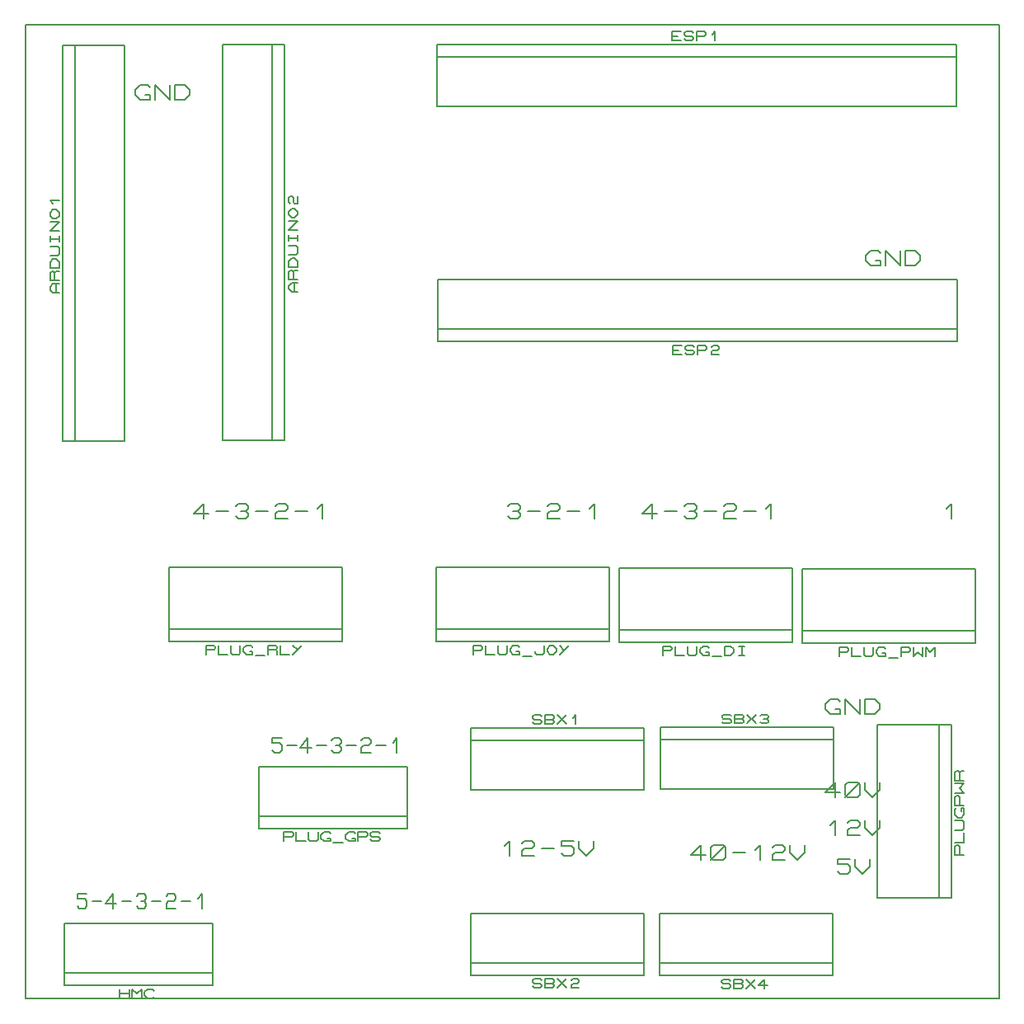
<source format=gbr>
G04 PROTEUS GERBER X2 FILE*
%TF.GenerationSoftware,Labcenter,Proteus,8.6-SP2-Build23525*%
%TF.CreationDate,2019-07-09T03:39:36+00:00*%
%TF.FileFunction,Legend,Top*%
%TF.FilePolarity,Positive*%
%TF.Part,Single*%
%FSLAX45Y45*%
%MOMM*%
G01*
%TA.AperFunction,Profile*%
%ADD14C,0.203200*%
%TA.AperFunction,Material*%
%ADD16C,0.203200*%
%TD.AperFunction*%
D14*
X-1432000Y-3830000D02*
X+8568000Y-3830000D01*
X+8568000Y+6170000D01*
X-1432000Y+6170000D01*
X-1432000Y-3830000D01*
D16*
X+2794000Y+5332000D02*
X+8128000Y+5332000D01*
X+8128000Y+5967000D01*
X+2794000Y+5967000D01*
X+2794000Y+5332000D01*
X+2794000Y+5840000D02*
X+8128000Y+5840000D01*
X+5302250Y+6007640D02*
X+5207000Y+6007640D01*
X+5207000Y+6099080D01*
X+5302250Y+6099080D01*
X+5207000Y+6053360D02*
X+5270500Y+6053360D01*
X+5334000Y+6022880D02*
X+5349875Y+6007640D01*
X+5413375Y+6007640D01*
X+5429250Y+6022880D01*
X+5429250Y+6038120D01*
X+5413375Y+6053360D01*
X+5349875Y+6053360D01*
X+5334000Y+6068600D01*
X+5334000Y+6083840D01*
X+5349875Y+6099080D01*
X+5413375Y+6099080D01*
X+5429250Y+6083840D01*
X+5461000Y+6007640D02*
X+5461000Y+6099080D01*
X+5540375Y+6099080D01*
X+5556250Y+6083840D01*
X+5556250Y+6068600D01*
X+5540375Y+6053360D01*
X+5461000Y+6053360D01*
X+5619750Y+6068600D02*
X+5651500Y+6099080D01*
X+5651500Y+6007640D01*
X+2802000Y+2917000D02*
X+8136000Y+2917000D01*
X+8136000Y+3552000D01*
X+2802000Y+3552000D01*
X+2802000Y+2917000D01*
X+8136000Y+3044000D02*
X+2802000Y+3044000D01*
X+5310250Y+2784920D02*
X+5215000Y+2784920D01*
X+5215000Y+2876360D01*
X+5310250Y+2876360D01*
X+5215000Y+2830640D02*
X+5278500Y+2830640D01*
X+5342000Y+2800160D02*
X+5357875Y+2784920D01*
X+5421375Y+2784920D01*
X+5437250Y+2800160D01*
X+5437250Y+2815400D01*
X+5421375Y+2830640D01*
X+5357875Y+2830640D01*
X+5342000Y+2845880D01*
X+5342000Y+2861120D01*
X+5357875Y+2876360D01*
X+5421375Y+2876360D01*
X+5437250Y+2861120D01*
X+5469000Y+2784920D02*
X+5469000Y+2876360D01*
X+5548375Y+2876360D01*
X+5564250Y+2861120D01*
X+5564250Y+2845880D01*
X+5548375Y+2830640D01*
X+5469000Y+2830640D01*
X+5611875Y+2861120D02*
X+5627750Y+2876360D01*
X+5675375Y+2876360D01*
X+5691250Y+2861120D01*
X+5691250Y+2845880D01*
X+5675375Y+2830640D01*
X+5627750Y+2830640D01*
X+5611875Y+2815400D01*
X+5611875Y+2784920D01*
X+5691250Y+2784920D01*
X+597500Y+1902000D02*
X+1232500Y+1902000D01*
X+1232500Y+5966000D01*
X+597500Y+5966000D01*
X+597500Y+1902000D01*
X+1105500Y+5966000D02*
X+1105500Y+1902000D01*
X+1364580Y+3426000D02*
X+1303620Y+3426000D01*
X+1273140Y+3457750D01*
X+1273140Y+3489500D01*
X+1303620Y+3521250D01*
X+1364580Y+3521250D01*
X+1334100Y+3426000D02*
X+1334100Y+3521250D01*
X+1364580Y+3553000D02*
X+1273140Y+3553000D01*
X+1273140Y+3632375D01*
X+1288380Y+3648250D01*
X+1303620Y+3648250D01*
X+1318860Y+3632375D01*
X+1318860Y+3553000D01*
X+1318860Y+3632375D02*
X+1334100Y+3648250D01*
X+1364580Y+3648250D01*
X+1364580Y+3680000D02*
X+1273140Y+3680000D01*
X+1273140Y+3743500D01*
X+1303620Y+3775250D01*
X+1334100Y+3775250D01*
X+1364580Y+3743500D01*
X+1364580Y+3680000D01*
X+1273140Y+3807000D02*
X+1349340Y+3807000D01*
X+1364580Y+3822875D01*
X+1364580Y+3886375D01*
X+1349340Y+3902250D01*
X+1273140Y+3902250D01*
X+1273140Y+3949875D02*
X+1273140Y+4013375D01*
X+1273140Y+3981625D02*
X+1364580Y+3981625D01*
X+1364580Y+3949875D02*
X+1364580Y+4013375D01*
X+1364580Y+4061000D02*
X+1273140Y+4061000D01*
X+1364580Y+4156250D01*
X+1273140Y+4156250D01*
X+1303620Y+4188000D02*
X+1273140Y+4219750D01*
X+1273140Y+4251500D01*
X+1303620Y+4283250D01*
X+1334100Y+4283250D01*
X+1364580Y+4251500D01*
X+1364580Y+4219750D01*
X+1334100Y+4188000D01*
X+1303620Y+4188000D01*
X+1288380Y+4330875D02*
X+1273140Y+4346750D01*
X+1273140Y+4394375D01*
X+1288380Y+4410250D01*
X+1303620Y+4410250D01*
X+1318860Y+4394375D01*
X+1318860Y+4346750D01*
X+1334100Y+4330875D01*
X+1364580Y+4330875D01*
X+1364580Y+4410250D01*
X-1046500Y+1893000D02*
X-411500Y+1893000D01*
X-411500Y+5957000D01*
X-1046500Y+5957000D01*
X-1046500Y+1893000D01*
X-919500Y+1893000D02*
X-919500Y+5957000D01*
X-1087140Y+3417000D02*
X-1148100Y+3417000D01*
X-1178580Y+3448750D01*
X-1178580Y+3480500D01*
X-1148100Y+3512250D01*
X-1087140Y+3512250D01*
X-1117620Y+3417000D02*
X-1117620Y+3512250D01*
X-1087140Y+3544000D02*
X-1178580Y+3544000D01*
X-1178580Y+3623375D01*
X-1163340Y+3639250D01*
X-1148100Y+3639250D01*
X-1132860Y+3623375D01*
X-1132860Y+3544000D01*
X-1132860Y+3623375D02*
X-1117620Y+3639250D01*
X-1087140Y+3639250D01*
X-1087140Y+3671000D02*
X-1178580Y+3671000D01*
X-1178580Y+3734500D01*
X-1148100Y+3766250D01*
X-1117620Y+3766250D01*
X-1087140Y+3734500D01*
X-1087140Y+3671000D01*
X-1178580Y+3798000D02*
X-1102380Y+3798000D01*
X-1087140Y+3813875D01*
X-1087140Y+3877375D01*
X-1102380Y+3893250D01*
X-1178580Y+3893250D01*
X-1178580Y+3940875D02*
X-1178580Y+4004375D01*
X-1178580Y+3972625D02*
X-1087140Y+3972625D01*
X-1087140Y+3940875D02*
X-1087140Y+4004375D01*
X-1087140Y+4052000D02*
X-1178580Y+4052000D01*
X-1087140Y+4147250D01*
X-1178580Y+4147250D01*
X-1148100Y+4179000D02*
X-1178580Y+4210750D01*
X-1178580Y+4242500D01*
X-1148100Y+4274250D01*
X-1117620Y+4274250D01*
X-1087140Y+4242500D01*
X-1087140Y+4210750D01*
X-1117620Y+4179000D01*
X-1148100Y+4179000D01*
X-1148100Y+4337750D02*
X-1178580Y+4369500D01*
X-1087140Y+4369500D01*
X+3141000Y-1686000D02*
X+4919000Y-1686000D01*
X+4919000Y-1051000D01*
X+3141000Y-1051000D01*
X+3141000Y-1686000D01*
X+3141000Y-1178000D02*
X+4919000Y-1178000D01*
X+3776000Y-995120D02*
X+3791875Y-1010360D01*
X+3855375Y-1010360D01*
X+3871250Y-995120D01*
X+3871250Y-979880D01*
X+3855375Y-964640D01*
X+3791875Y-964640D01*
X+3776000Y-949400D01*
X+3776000Y-934160D01*
X+3791875Y-918920D01*
X+3855375Y-918920D01*
X+3871250Y-934160D01*
X+3903000Y-1010360D02*
X+3903000Y-918920D01*
X+3982375Y-918920D01*
X+3998250Y-934160D01*
X+3998250Y-949400D01*
X+3982375Y-964640D01*
X+3998250Y-979880D01*
X+3998250Y-995120D01*
X+3982375Y-1010360D01*
X+3903000Y-1010360D01*
X+3903000Y-964640D02*
X+3982375Y-964640D01*
X+4030000Y-918920D02*
X+4125250Y-1010360D01*
X+4030000Y-1010360D02*
X+4125250Y-918920D01*
X+4188750Y-949400D02*
X+4220500Y-918920D01*
X+4220500Y-1010360D01*
X+3141000Y-3588000D02*
X+4919000Y-3588000D01*
X+4919000Y-2953000D01*
X+3141000Y-2953000D01*
X+3141000Y-3588000D01*
X+4919000Y-3461000D02*
X+3141000Y-3461000D01*
X+3776000Y-3704840D02*
X+3791875Y-3720080D01*
X+3855375Y-3720080D01*
X+3871250Y-3704840D01*
X+3871250Y-3689600D01*
X+3855375Y-3674360D01*
X+3791875Y-3674360D01*
X+3776000Y-3659120D01*
X+3776000Y-3643880D01*
X+3791875Y-3628640D01*
X+3855375Y-3628640D01*
X+3871250Y-3643880D01*
X+3903000Y-3720080D02*
X+3903000Y-3628640D01*
X+3982375Y-3628640D01*
X+3998250Y-3643880D01*
X+3998250Y-3659120D01*
X+3982375Y-3674360D01*
X+3998250Y-3689600D01*
X+3998250Y-3704840D01*
X+3982375Y-3720080D01*
X+3903000Y-3720080D01*
X+3903000Y-3674360D02*
X+3982375Y-3674360D01*
X+4030000Y-3628640D02*
X+4125250Y-3720080D01*
X+4030000Y-3720080D02*
X+4125250Y-3628640D01*
X+4172875Y-3643880D02*
X+4188750Y-3628640D01*
X+4236375Y-3628640D01*
X+4252250Y-3643880D01*
X+4252250Y-3659120D01*
X+4236375Y-3674360D01*
X+4188750Y-3674360D01*
X+4172875Y-3689600D01*
X+4172875Y-3720080D01*
X+4252250Y-3720080D01*
X+5085000Y-1679000D02*
X+6863000Y-1679000D01*
X+6863000Y-1044000D01*
X+5085000Y-1044000D01*
X+5085000Y-1679000D01*
X+5085000Y-1171000D02*
X+6863000Y-1171000D01*
X+5720000Y-988120D02*
X+5735875Y-1003360D01*
X+5799375Y-1003360D01*
X+5815250Y-988120D01*
X+5815250Y-972880D01*
X+5799375Y-957640D01*
X+5735875Y-957640D01*
X+5720000Y-942400D01*
X+5720000Y-927160D01*
X+5735875Y-911920D01*
X+5799375Y-911920D01*
X+5815250Y-927160D01*
X+5847000Y-1003360D02*
X+5847000Y-911920D01*
X+5926375Y-911920D01*
X+5942250Y-927160D01*
X+5942250Y-942400D01*
X+5926375Y-957640D01*
X+5942250Y-972880D01*
X+5942250Y-988120D01*
X+5926375Y-1003360D01*
X+5847000Y-1003360D01*
X+5847000Y-957640D02*
X+5926375Y-957640D01*
X+5974000Y-911920D02*
X+6069250Y-1003360D01*
X+5974000Y-1003360D02*
X+6069250Y-911920D01*
X+6116875Y-927160D02*
X+6132750Y-911920D01*
X+6180375Y-911920D01*
X+6196250Y-927160D01*
X+6196250Y-942400D01*
X+6180375Y-957640D01*
X+6196250Y-972880D01*
X+6196250Y-988120D01*
X+6180375Y-1003360D01*
X+6132750Y-1003360D01*
X+6116875Y-988120D01*
X+6148625Y-957640D02*
X+6180375Y-957640D01*
X+5079000Y-3591000D02*
X+6857000Y-3591000D01*
X+6857000Y-2956000D01*
X+5079000Y-2956000D01*
X+5079000Y-3591000D01*
X+6857000Y-3464000D02*
X+5079000Y-3464000D01*
X+5714000Y-3707840D02*
X+5729875Y-3723080D01*
X+5793375Y-3723080D01*
X+5809250Y-3707840D01*
X+5809250Y-3692600D01*
X+5793375Y-3677360D01*
X+5729875Y-3677360D01*
X+5714000Y-3662120D01*
X+5714000Y-3646880D01*
X+5729875Y-3631640D01*
X+5793375Y-3631640D01*
X+5809250Y-3646880D01*
X+5841000Y-3723080D02*
X+5841000Y-3631640D01*
X+5920375Y-3631640D01*
X+5936250Y-3646880D01*
X+5936250Y-3662120D01*
X+5920375Y-3677360D01*
X+5936250Y-3692600D01*
X+5936250Y-3707840D01*
X+5920375Y-3723080D01*
X+5841000Y-3723080D01*
X+5841000Y-3677360D02*
X+5920375Y-3677360D01*
X+5968000Y-3631640D02*
X+6063250Y-3723080D01*
X+5968000Y-3723080D02*
X+6063250Y-3631640D01*
X+6190250Y-3692600D02*
X+6095000Y-3692600D01*
X+6158500Y-3631640D01*
X+6158500Y-3723080D01*
X-1033000Y-3693000D02*
X+491000Y-3693000D01*
X+491000Y-3058000D01*
X-1033000Y-3058000D01*
X-1033000Y-3693000D01*
X+491000Y-3566000D02*
X-1033000Y-3566000D01*
X-461500Y-3825080D02*
X-461500Y-3733640D01*
X-366250Y-3733640D02*
X-366250Y-3825080D01*
X-461500Y-3779360D02*
X-366250Y-3779360D01*
X-334500Y-3825080D02*
X-334500Y-3733640D01*
X-286875Y-3779360D01*
X-239250Y-3733640D01*
X-239250Y-3825080D01*
X-112250Y-3809840D02*
X-128125Y-3825080D01*
X-175750Y-3825080D01*
X-207500Y-3794600D01*
X-207500Y-3764120D01*
X-175750Y-3733640D01*
X-128125Y-3733640D01*
X-112250Y-3748880D01*
X+969200Y-2081000D02*
X+2493200Y-2081000D01*
X+2493200Y-1446000D01*
X+969200Y-1446000D01*
X+969200Y-2081000D01*
X+2493200Y-1954000D02*
X+969200Y-1954000D01*
X+1223200Y-2213080D02*
X+1223200Y-2121640D01*
X+1302575Y-2121640D01*
X+1318450Y-2136880D01*
X+1318450Y-2152120D01*
X+1302575Y-2167360D01*
X+1223200Y-2167360D01*
X+1350200Y-2121640D02*
X+1350200Y-2213080D01*
X+1445450Y-2213080D01*
X+1477200Y-2121640D02*
X+1477200Y-2197840D01*
X+1493075Y-2213080D01*
X+1556575Y-2213080D01*
X+1572450Y-2197840D01*
X+1572450Y-2121640D01*
X+1667700Y-2182600D02*
X+1699450Y-2182600D01*
X+1699450Y-2213080D01*
X+1635950Y-2213080D01*
X+1604200Y-2182600D01*
X+1604200Y-2152120D01*
X+1635950Y-2121640D01*
X+1683575Y-2121640D01*
X+1699450Y-2136880D01*
X+1731200Y-2228320D02*
X+1826450Y-2228320D01*
X+1921700Y-2182600D02*
X+1953450Y-2182600D01*
X+1953450Y-2213080D01*
X+1889950Y-2213080D01*
X+1858200Y-2182600D01*
X+1858200Y-2152120D01*
X+1889950Y-2121640D01*
X+1937575Y-2121640D01*
X+1953450Y-2136880D01*
X+1985200Y-2213080D02*
X+1985200Y-2121640D01*
X+2064575Y-2121640D01*
X+2080450Y-2136880D01*
X+2080450Y-2152120D01*
X+2064575Y-2167360D01*
X+1985200Y-2167360D01*
X+2112200Y-2197840D02*
X+2128075Y-2213080D01*
X+2191575Y-2213080D01*
X+2207450Y-2197840D01*
X+2207450Y-2182600D01*
X+2191575Y-2167360D01*
X+2128075Y-2167360D01*
X+2112200Y-2152120D01*
X+2112200Y-2136880D01*
X+2128075Y-2121640D01*
X+2191575Y-2121640D01*
X+2207450Y-2136880D01*
X+4669300Y-170980D02*
X+6447300Y-170980D01*
X+6447300Y+591020D01*
X+4669300Y+591020D01*
X+4669300Y-170980D01*
X+6447300Y-43980D02*
X+4669300Y-43980D01*
X+5113800Y-303060D02*
X+5113800Y-211620D01*
X+5193175Y-211620D01*
X+5209050Y-226860D01*
X+5209050Y-242100D01*
X+5193175Y-257340D01*
X+5113800Y-257340D01*
X+5240800Y-211620D02*
X+5240800Y-303060D01*
X+5336050Y-303060D01*
X+5367800Y-211620D02*
X+5367800Y-287820D01*
X+5383675Y-303060D01*
X+5447175Y-303060D01*
X+5463050Y-287820D01*
X+5463050Y-211620D01*
X+5558300Y-272580D02*
X+5590050Y-272580D01*
X+5590050Y-303060D01*
X+5526550Y-303060D01*
X+5494800Y-272580D01*
X+5494800Y-242100D01*
X+5526550Y-211620D01*
X+5574175Y-211620D01*
X+5590050Y-226860D01*
X+5621800Y-318300D02*
X+5717050Y-318300D01*
X+5748800Y-303060D02*
X+5748800Y-211620D01*
X+5812300Y-211620D01*
X+5844050Y-242100D01*
X+5844050Y-272580D01*
X+5812300Y-303060D01*
X+5748800Y-303060D01*
X+5891675Y-211620D02*
X+5955175Y-211620D01*
X+5923425Y-211620D02*
X+5923425Y-303060D01*
X+5891675Y-303060D02*
X+5955175Y-303060D01*
X+2783300Y-164980D02*
X+4561300Y-164980D01*
X+4561300Y+597020D01*
X+2783300Y+597020D01*
X+2783300Y-164980D01*
X+4561300Y-37980D02*
X+2783300Y-37980D01*
X+3164300Y-297060D02*
X+3164300Y-205620D01*
X+3243675Y-205620D01*
X+3259550Y-220860D01*
X+3259550Y-236100D01*
X+3243675Y-251340D01*
X+3164300Y-251340D01*
X+3291300Y-205620D02*
X+3291300Y-297060D01*
X+3386550Y-297060D01*
X+3418300Y-205620D02*
X+3418300Y-281820D01*
X+3434175Y-297060D01*
X+3497675Y-297060D01*
X+3513550Y-281820D01*
X+3513550Y-205620D01*
X+3608800Y-266580D02*
X+3640550Y-266580D01*
X+3640550Y-297060D01*
X+3577050Y-297060D01*
X+3545300Y-266580D01*
X+3545300Y-236100D01*
X+3577050Y-205620D01*
X+3624675Y-205620D01*
X+3640550Y-220860D01*
X+3672300Y-312300D02*
X+3767550Y-312300D01*
X+3799300Y-266580D02*
X+3799300Y-281820D01*
X+3815175Y-297060D01*
X+3878675Y-297060D01*
X+3894550Y-281820D01*
X+3894550Y-205620D01*
X+3926300Y-236100D02*
X+3958050Y-205620D01*
X+3989800Y-205620D01*
X+4021550Y-236100D01*
X+4021550Y-266580D01*
X+3989800Y-297060D01*
X+3958050Y-297060D01*
X+3926300Y-266580D01*
X+3926300Y-236100D01*
X+4148550Y-205620D02*
X+4053300Y-297060D01*
X+4053300Y-205620D02*
X+4100925Y-251340D01*
X+6542300Y-181980D02*
X+8320300Y-181980D01*
X+8320300Y+580020D01*
X+6542300Y+580020D01*
X+6542300Y-181980D01*
X+8320300Y-54980D02*
X+6542300Y-54980D01*
X+6923300Y-314060D02*
X+6923300Y-222620D01*
X+7002675Y-222620D01*
X+7018550Y-237860D01*
X+7018550Y-253100D01*
X+7002675Y-268340D01*
X+6923300Y-268340D01*
X+7050300Y-222620D02*
X+7050300Y-314060D01*
X+7145550Y-314060D01*
X+7177300Y-222620D02*
X+7177300Y-298820D01*
X+7193175Y-314060D01*
X+7256675Y-314060D01*
X+7272550Y-298820D01*
X+7272550Y-222620D01*
X+7367800Y-283580D02*
X+7399550Y-283580D01*
X+7399550Y-314060D01*
X+7336050Y-314060D01*
X+7304300Y-283580D01*
X+7304300Y-253100D01*
X+7336050Y-222620D01*
X+7383675Y-222620D01*
X+7399550Y-237860D01*
X+7431300Y-329300D02*
X+7526550Y-329300D01*
X+7558300Y-314060D02*
X+7558300Y-222620D01*
X+7637675Y-222620D01*
X+7653550Y-237860D01*
X+7653550Y-253100D01*
X+7637675Y-268340D01*
X+7558300Y-268340D01*
X+7685300Y-222620D02*
X+7685300Y-314060D01*
X+7732925Y-268340D01*
X+7780550Y-314060D01*
X+7780550Y-222620D01*
X+7812300Y-314060D02*
X+7812300Y-222620D01*
X+7859925Y-268340D01*
X+7907550Y-222620D01*
X+7907550Y-314060D01*
X+7312980Y-2796700D02*
X+8074980Y-2796700D01*
X+8074980Y-1018700D01*
X+7312980Y-1018700D01*
X+7312980Y-2796700D01*
X+7947980Y-1018700D02*
X+7947980Y-2796700D01*
X+8207060Y-2352200D02*
X+8115620Y-2352200D01*
X+8115620Y-2272825D01*
X+8130860Y-2256950D01*
X+8146100Y-2256950D01*
X+8161340Y-2272825D01*
X+8161340Y-2352200D01*
X+8115620Y-2225200D02*
X+8207060Y-2225200D01*
X+8207060Y-2129950D01*
X+8115620Y-2098200D02*
X+8191820Y-2098200D01*
X+8207060Y-2082325D01*
X+8207060Y-2018825D01*
X+8191820Y-2002950D01*
X+8115620Y-2002950D01*
X+8176580Y-1907700D02*
X+8176580Y-1875950D01*
X+8207060Y-1875950D01*
X+8207060Y-1939450D01*
X+8176580Y-1971200D01*
X+8146100Y-1971200D01*
X+8115620Y-1939450D01*
X+8115620Y-1891825D01*
X+8130860Y-1875950D01*
X+8207060Y-1844200D02*
X+8115620Y-1844200D01*
X+8115620Y-1764825D01*
X+8130860Y-1748950D01*
X+8146100Y-1748950D01*
X+8161340Y-1764825D01*
X+8161340Y-1844200D01*
X+8115620Y-1717200D02*
X+8207060Y-1717200D01*
X+8161340Y-1669575D01*
X+8207060Y-1621950D01*
X+8115620Y-1621950D01*
X+8207060Y-1590200D02*
X+8115620Y-1590200D01*
X+8115620Y-1510825D01*
X+8130860Y-1494950D01*
X+8146100Y-1494950D01*
X+8161340Y-1510825D01*
X+8161340Y-1590200D01*
X+8161340Y-1510825D02*
X+8176580Y-1494950D01*
X+8207060Y-1494950D01*
X+44300Y-162980D02*
X+1822300Y-162980D01*
X+1822300Y+599020D01*
X+44300Y+599020D01*
X+44300Y-162980D01*
X+1822300Y-35980D02*
X+44300Y-35980D01*
X+425300Y-295060D02*
X+425300Y-203620D01*
X+504675Y-203620D01*
X+520550Y-218860D01*
X+520550Y-234100D01*
X+504675Y-249340D01*
X+425300Y-249340D01*
X+552300Y-203620D02*
X+552300Y-295060D01*
X+647550Y-295060D01*
X+679300Y-203620D02*
X+679300Y-279820D01*
X+695175Y-295060D01*
X+758675Y-295060D01*
X+774550Y-279820D01*
X+774550Y-203620D01*
X+869800Y-264580D02*
X+901550Y-264580D01*
X+901550Y-295060D01*
X+838050Y-295060D01*
X+806300Y-264580D01*
X+806300Y-234100D01*
X+838050Y-203620D01*
X+885675Y-203620D01*
X+901550Y-218860D01*
X+933300Y-310300D02*
X+1028550Y-310300D01*
X+1060300Y-295060D02*
X+1060300Y-203620D01*
X+1139675Y-203620D01*
X+1155550Y-218860D01*
X+1155550Y-234100D01*
X+1139675Y-249340D01*
X+1060300Y-249340D01*
X+1139675Y-249340D02*
X+1155550Y-264580D01*
X+1155550Y-295060D01*
X+1187300Y-203620D02*
X+1187300Y-295060D01*
X+1282550Y-295060D01*
X+1409550Y-203620D02*
X+1314300Y-295060D01*
X+1314300Y-203620D02*
X+1361925Y-249340D01*
X+5552400Y-2352400D02*
X+5400000Y-2352400D01*
X+5501600Y-2250800D01*
X+5501600Y-2403200D01*
X+5603200Y-2377800D02*
X+5603200Y-2276200D01*
X+5628600Y-2250800D01*
X+5730200Y-2250800D01*
X+5755600Y-2276200D01*
X+5755600Y-2377800D01*
X+5730200Y-2403200D01*
X+5628600Y-2403200D01*
X+5603200Y-2377800D01*
X+5603200Y-2403200D02*
X+5755600Y-2250800D01*
X+5831800Y-2327000D02*
X+5958800Y-2327000D01*
X+6060400Y-2301600D02*
X+6111200Y-2250800D01*
X+6111200Y-2403200D01*
X+6238200Y-2276200D02*
X+6263600Y-2250800D01*
X+6339800Y-2250800D01*
X+6365200Y-2276200D01*
X+6365200Y-2301600D01*
X+6339800Y-2327000D01*
X+6263600Y-2327000D01*
X+6238200Y-2352400D01*
X+6238200Y-2403200D01*
X+6365200Y-2403200D01*
X+6416000Y-2250800D02*
X+6416000Y-2327000D01*
X+6492200Y-2403200D01*
X+6568400Y-2327000D01*
X+6568400Y-2250800D01*
X+3489800Y-2262600D02*
X+3540600Y-2211800D01*
X+3540600Y-2364200D01*
X+3667600Y-2237200D02*
X+3693000Y-2211800D01*
X+3769200Y-2211800D01*
X+3794600Y-2237200D01*
X+3794600Y-2262600D01*
X+3769200Y-2288000D01*
X+3693000Y-2288000D01*
X+3667600Y-2313400D01*
X+3667600Y-2364200D01*
X+3794600Y-2364200D01*
X+3870800Y-2288000D02*
X+3997800Y-2288000D01*
X+4201000Y-2211800D02*
X+4074000Y-2211800D01*
X+4074000Y-2262600D01*
X+4175600Y-2262600D01*
X+4201000Y-2288000D01*
X+4201000Y-2338800D01*
X+4175600Y-2364200D01*
X+4099400Y-2364200D01*
X+4074000Y-2338800D01*
X+4251800Y-2211800D02*
X+4251800Y-2288000D01*
X+4328000Y-2364200D01*
X+4404200Y-2288000D01*
X+4404200Y-2211800D01*
X+7301600Y+3747600D02*
X+7352400Y+3747600D01*
X+7352400Y+3696800D01*
X+7250800Y+3696800D01*
X+7200000Y+3747600D01*
X+7200000Y+3798400D01*
X+7250800Y+3849200D01*
X+7327000Y+3849200D01*
X+7352400Y+3823800D01*
X+7403200Y+3696800D02*
X+7403200Y+3849200D01*
X+7555600Y+3696800D01*
X+7555600Y+3849200D01*
X+7606400Y+3696800D02*
X+7606400Y+3849200D01*
X+7708000Y+3849200D01*
X+7758800Y+3798400D01*
X+7758800Y+3747600D01*
X+7708000Y+3696800D01*
X+7606400Y+3696800D01*
X-198400Y+5447600D02*
X-147600Y+5447600D01*
X-147600Y+5396800D01*
X-249200Y+5396800D01*
X-300000Y+5447600D01*
X-300000Y+5498400D01*
X-249200Y+5549200D01*
X-173000Y+5549200D01*
X-147600Y+5523800D01*
X-96800Y+5396800D02*
X-96800Y+5549200D01*
X+55600Y+5396800D01*
X+55600Y+5549200D01*
X+106400Y+5396800D02*
X+106400Y+5549200D01*
X+208000Y+5549200D01*
X+258800Y+5498400D01*
X+258800Y+5447600D01*
X+208000Y+5396800D01*
X+106400Y+5396800D01*
X+452400Y+1147600D02*
X+300000Y+1147600D01*
X+401600Y+1249200D01*
X+401600Y+1096800D01*
X+528600Y+1173000D02*
X+655600Y+1173000D01*
X+731800Y+1223800D02*
X+757200Y+1249200D01*
X+833400Y+1249200D01*
X+858800Y+1223800D01*
X+858800Y+1198400D01*
X+833400Y+1173000D01*
X+858800Y+1147600D01*
X+858800Y+1122200D01*
X+833400Y+1096800D01*
X+757200Y+1096800D01*
X+731800Y+1122200D01*
X+782600Y+1173000D02*
X+833400Y+1173000D01*
X+935000Y+1173000D02*
X+1062000Y+1173000D01*
X+1138200Y+1223800D02*
X+1163600Y+1249200D01*
X+1239800Y+1249200D01*
X+1265200Y+1223800D01*
X+1265200Y+1198400D01*
X+1239800Y+1173000D01*
X+1163600Y+1173000D01*
X+1138200Y+1147600D01*
X+1138200Y+1096800D01*
X+1265200Y+1096800D01*
X+1341400Y+1173000D02*
X+1468400Y+1173000D01*
X+1570000Y+1198400D02*
X+1620800Y+1249200D01*
X+1620800Y+1096800D01*
X+3525400Y+1223800D02*
X+3550800Y+1249200D01*
X+3627000Y+1249200D01*
X+3652400Y+1223800D01*
X+3652400Y+1198400D01*
X+3627000Y+1173000D01*
X+3652400Y+1147600D01*
X+3652400Y+1122200D01*
X+3627000Y+1096800D01*
X+3550800Y+1096800D01*
X+3525400Y+1122200D01*
X+3576200Y+1173000D02*
X+3627000Y+1173000D01*
X+3728600Y+1173000D02*
X+3855600Y+1173000D01*
X+3931800Y+1223800D02*
X+3957200Y+1249200D01*
X+4033400Y+1249200D01*
X+4058800Y+1223800D01*
X+4058800Y+1198400D01*
X+4033400Y+1173000D01*
X+3957200Y+1173000D01*
X+3931800Y+1147600D01*
X+3931800Y+1096800D01*
X+4058800Y+1096800D01*
X+4135000Y+1173000D02*
X+4262000Y+1173000D01*
X+4363600Y+1198400D02*
X+4414400Y+1249200D01*
X+4414400Y+1096800D01*
X+5052400Y+1147600D02*
X+4900000Y+1147600D01*
X+5001600Y+1249200D01*
X+5001600Y+1096800D01*
X+5128600Y+1173000D02*
X+5255600Y+1173000D01*
X+5331800Y+1223800D02*
X+5357200Y+1249200D01*
X+5433400Y+1249200D01*
X+5458800Y+1223800D01*
X+5458800Y+1198400D01*
X+5433400Y+1173000D01*
X+5458800Y+1147600D01*
X+5458800Y+1122200D01*
X+5433400Y+1096800D01*
X+5357200Y+1096800D01*
X+5331800Y+1122200D01*
X+5382600Y+1173000D02*
X+5433400Y+1173000D01*
X+5535000Y+1173000D02*
X+5662000Y+1173000D01*
X+5738200Y+1223800D02*
X+5763600Y+1249200D01*
X+5839800Y+1249200D01*
X+5865200Y+1223800D01*
X+5865200Y+1198400D01*
X+5839800Y+1173000D01*
X+5763600Y+1173000D01*
X+5738200Y+1147600D01*
X+5738200Y+1096800D01*
X+5865200Y+1096800D01*
X+5941400Y+1173000D02*
X+6068400Y+1173000D01*
X+6170000Y+1198400D02*
X+6220800Y+1249200D01*
X+6220800Y+1096800D01*
X+8029800Y+1198400D02*
X+8080600Y+1249200D01*
X+8080600Y+1096800D01*
X+1199500Y-1150800D02*
X+1104250Y-1150800D01*
X+1104250Y-1201600D01*
X+1180450Y-1201600D01*
X+1199500Y-1227000D01*
X+1199500Y-1277800D01*
X+1180450Y-1303200D01*
X+1123300Y-1303200D01*
X+1104250Y-1277800D01*
X+1256650Y-1227000D02*
X+1351900Y-1227000D01*
X+1504300Y-1252400D02*
X+1390000Y-1252400D01*
X+1466200Y-1150800D01*
X+1466200Y-1303200D01*
X+1561450Y-1227000D02*
X+1656700Y-1227000D01*
X+1713850Y-1176200D02*
X+1732900Y-1150800D01*
X+1790050Y-1150800D01*
X+1809100Y-1176200D01*
X+1809100Y-1201600D01*
X+1790050Y-1227000D01*
X+1809100Y-1252400D01*
X+1809100Y-1277800D01*
X+1790050Y-1303200D01*
X+1732900Y-1303200D01*
X+1713850Y-1277800D01*
X+1751950Y-1227000D02*
X+1790050Y-1227000D01*
X+1866250Y-1227000D02*
X+1961500Y-1227000D01*
X+2018650Y-1176200D02*
X+2037700Y-1150800D01*
X+2094850Y-1150800D01*
X+2113900Y-1176200D01*
X+2113900Y-1201600D01*
X+2094850Y-1227000D01*
X+2037700Y-1227000D01*
X+2018650Y-1252400D01*
X+2018650Y-1303200D01*
X+2113900Y-1303200D01*
X+2171050Y-1227000D02*
X+2266300Y-1227000D01*
X+2342500Y-1201600D02*
X+2380600Y-1150800D01*
X+2380600Y-1303200D01*
X-800500Y-2750800D02*
X-895750Y-2750800D01*
X-895750Y-2801600D01*
X-819550Y-2801600D01*
X-800500Y-2827000D01*
X-800500Y-2877800D01*
X-819550Y-2903200D01*
X-876700Y-2903200D01*
X-895750Y-2877800D01*
X-743350Y-2827000D02*
X-648100Y-2827000D01*
X-495700Y-2852400D02*
X-610000Y-2852400D01*
X-533800Y-2750800D01*
X-533800Y-2903200D01*
X-438550Y-2827000D02*
X-343300Y-2827000D01*
X-286150Y-2776200D02*
X-267100Y-2750800D01*
X-209950Y-2750800D01*
X-190900Y-2776200D01*
X-190900Y-2801600D01*
X-209950Y-2827000D01*
X-190900Y-2852400D01*
X-190900Y-2877800D01*
X-209950Y-2903200D01*
X-267100Y-2903200D01*
X-286150Y-2877800D01*
X-248050Y-2827000D02*
X-209950Y-2827000D01*
X-133750Y-2827000D02*
X-38500Y-2827000D01*
X+18650Y-2776200D02*
X+37700Y-2750800D01*
X+94850Y-2750800D01*
X+113900Y-2776200D01*
X+113900Y-2801600D01*
X+94850Y-2827000D01*
X+37700Y-2827000D01*
X+18650Y-2852400D01*
X+18650Y-2903200D01*
X+113900Y-2903200D01*
X+171050Y-2827000D02*
X+266300Y-2827000D01*
X+342500Y-2801600D02*
X+380600Y-2750800D01*
X+380600Y-2903200D01*
X+6937600Y-1708640D02*
X+6785200Y-1708640D01*
X+6886800Y-1607040D01*
X+6886800Y-1759440D01*
X+6988400Y-1734040D02*
X+6988400Y-1632440D01*
X+7013800Y-1607040D01*
X+7115400Y-1607040D01*
X+7140800Y-1632440D01*
X+7140800Y-1734040D01*
X+7115400Y-1759440D01*
X+7013800Y-1759440D01*
X+6988400Y-1734040D01*
X+6988400Y-1759440D02*
X+7140800Y-1607040D01*
X+7191600Y-1607040D02*
X+7191600Y-1683240D01*
X+7267800Y-1759440D01*
X+7344000Y-1683240D01*
X+7344000Y-1607040D01*
X+6886800Y-852400D02*
X+6937600Y-852400D01*
X+6937600Y-903200D01*
X+6836000Y-903200D01*
X+6785200Y-852400D01*
X+6785200Y-801600D01*
X+6836000Y-750800D01*
X+6912200Y-750800D01*
X+6937600Y-776200D01*
X+6988400Y-903200D02*
X+6988400Y-750800D01*
X+7140800Y-903200D01*
X+7140800Y-750800D01*
X+7191600Y-903200D02*
X+7191600Y-750800D01*
X+7293200Y-750800D01*
X+7344000Y-801600D01*
X+7344000Y-852400D01*
X+7293200Y-903200D01*
X+7191600Y-903200D01*
X+6836000Y-2054080D02*
X+6886800Y-2003280D01*
X+6886800Y-2155680D01*
X+7013800Y-2028680D02*
X+7039200Y-2003280D01*
X+7115400Y-2003280D01*
X+7140800Y-2028680D01*
X+7140800Y-2054080D01*
X+7115400Y-2079480D01*
X+7039200Y-2079480D01*
X+7013800Y-2104880D01*
X+7013800Y-2155680D01*
X+7140800Y-2155680D01*
X+7191600Y-2003280D02*
X+7191600Y-2079480D01*
X+7267800Y-2155680D01*
X+7344000Y-2079480D01*
X+7344000Y-2003280D01*
X+7037600Y-2399520D02*
X+6910600Y-2399520D01*
X+6910600Y-2450320D01*
X+7012200Y-2450320D01*
X+7037600Y-2475720D01*
X+7037600Y-2526520D01*
X+7012200Y-2551920D01*
X+6936000Y-2551920D01*
X+6910600Y-2526520D01*
X+7088400Y-2399520D02*
X+7088400Y-2475720D01*
X+7164600Y-2551920D01*
X+7240800Y-2475720D01*
X+7240800Y-2399520D01*
M02*

</source>
